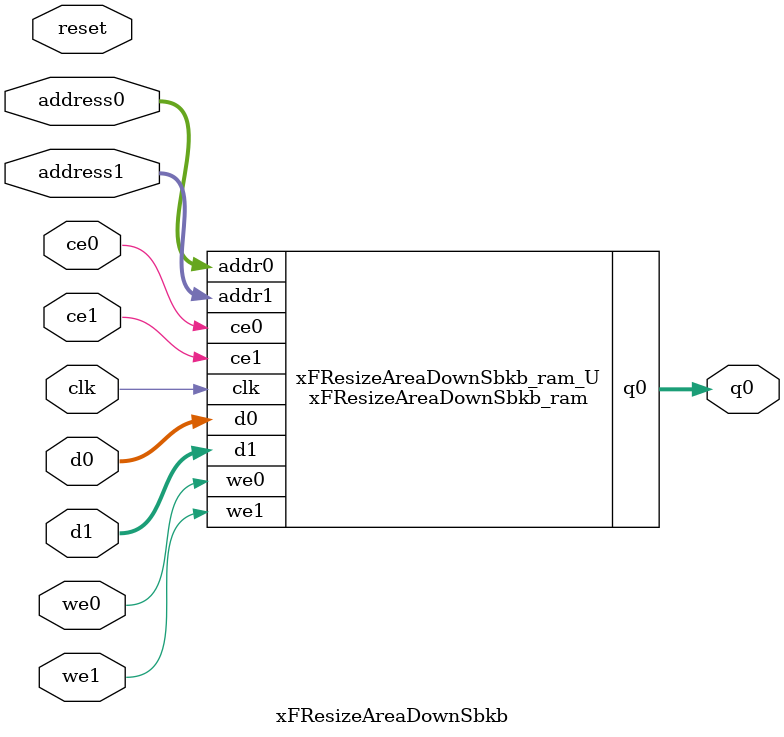
<source format=v>
`timescale 1 ns / 1 ps
module xFResizeAreaDownSbkb_ram (addr0, ce0, d0, we0, q0, addr1, ce1, d1, we1,  clk);

parameter DWIDTH = 16;
parameter AWIDTH = 9;
parameter MEM_SIZE = 320;

input[AWIDTH-1:0] addr0;
input ce0;
input[DWIDTH-1:0] d0;
input we0;
output reg[DWIDTH-1:0] q0;
input[AWIDTH-1:0] addr1;
input ce1;
input[DWIDTH-1:0] d1;
input we1;
input clk;

(* ram_style = "block" *)reg [DWIDTH-1:0] ram[0:MEM_SIZE-1];




always @(posedge clk)  
begin 
    if (ce0) begin
        if (we0) 
            ram[addr0] <= d0; 
        q0 <= ram[addr0];
    end
end


always @(posedge clk)  
begin 
    if (ce1) begin
        if (we1) 
            ram[addr1] <= d1; 
    end
end


endmodule

`timescale 1 ns / 1 ps
module xFResizeAreaDownSbkb(
    reset,
    clk,
    address0,
    ce0,
    we0,
    d0,
    q0,
    address1,
    ce1,
    we1,
    d1);

parameter DataWidth = 32'd16;
parameter AddressRange = 32'd320;
parameter AddressWidth = 32'd9;
input reset;
input clk;
input[AddressWidth - 1:0] address0;
input ce0;
input we0;
input[DataWidth - 1:0] d0;
output[DataWidth - 1:0] q0;
input[AddressWidth - 1:0] address1;
input ce1;
input we1;
input[DataWidth - 1:0] d1;



xFResizeAreaDownSbkb_ram xFResizeAreaDownSbkb_ram_U(
    .clk( clk ),
    .addr0( address0 ),
    .ce0( ce0 ),
    .we0( we0 ),
    .d0( d0 ),
    .q0( q0 ),
    .addr1( address1 ),
    .ce1( ce1 ),
    .we1( we1 ),
    .d1( d1 ));

endmodule


</source>
